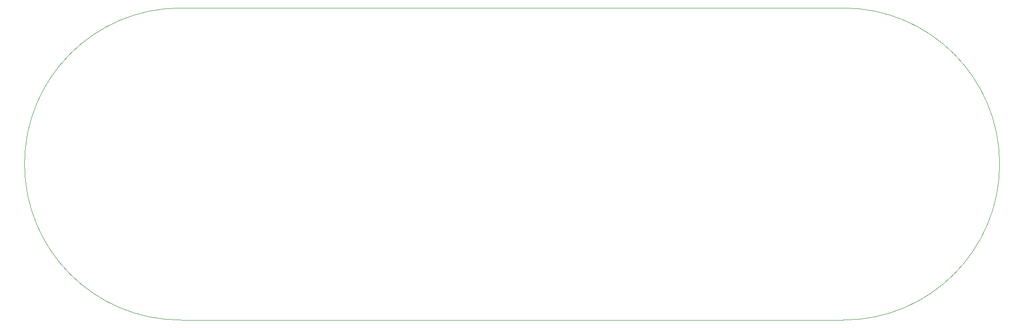
<source format=gm1>
G04 #@! TF.GenerationSoftware,KiCad,Pcbnew,(5.1.9-0-10_14)*
G04 #@! TF.CreationDate,2023-01-27T17:44:20+01:00*
G04 #@! TF.ProjectId,spelkonsoll,7370656c-6b6f-46e7-936f-6c6c2e6b6963,rev?*
G04 #@! TF.SameCoordinates,Original*
G04 #@! TF.FileFunction,Profile,NP*
%FSLAX46Y46*%
G04 Gerber Fmt 4.6, Leading zero omitted, Abs format (unit mm)*
G04 Created by KiCad (PCBNEW (5.1.9-0-10_14)) date 2023-01-27 17:44:20*
%MOMM*%
%LPD*%
G01*
G04 APERTURE LIST*
G04 #@! TA.AperFunction,Profile*
%ADD10C,0.050000*%
G04 #@! TD*
G04 APERTURE END LIST*
D10*
X206237820Y-69215120D02*
G75*
G02*
X206237820Y-125844360I0J-28314620D01*
G01*
X194647820Y-125844300D02*
X206237820Y-125844360D01*
X86221820Y-69214940D02*
X96276160Y-69215000D01*
X86221820Y-125844300D02*
X96276160Y-125844300D01*
X86221820Y-125844300D02*
G75*
G02*
X86221820Y-69215060I0J28314620D01*
G01*
X194647820Y-69215000D02*
X206237820Y-69215060D01*
X96276160Y-125844300D02*
X194647820Y-125844300D01*
X96276160Y-69215000D02*
X194647820Y-69215000D01*
M02*

</source>
